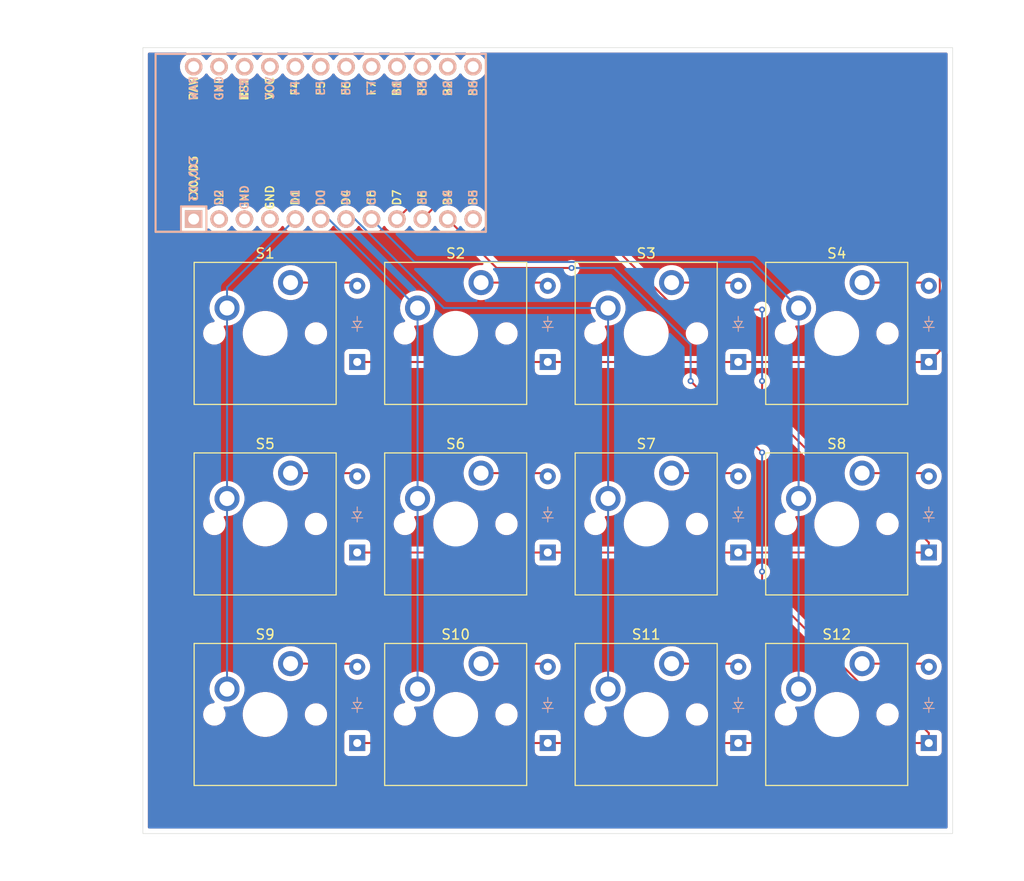
<source format=kicad_pcb>
(kicad_pcb (version 20240108) (generator "pcbnew") (generator_version "8.0")
  (layers (0 "F.Cu" signal) (31 "B.Cu" signal) (34 "B.Paste" user) (35 "F.Paste" user) (36 "B.SilkS" user "B.Silkscreen") (37 "F.SilkS" user "F.Silkscreen") (38 "B.Mask" user) (39 "F.Mask" user) (44 "Edge.Cuts" user))
  (net 0 "")
  (net 1 "Row 0")
  (net 2 "Net-(D1-A)")
  (net 3 "Net-(D2-A)")
  (net 4 "Net-(D3-A)")
  (net 5 "Net-(D4-A)")
  (net 6 "Net-(D5-A)")
  (net 7 "Row 1")
  (net 8 "Net-(D6-A)")
  (net 9 "Net-(D7-A)")
  (net 10 "Net-(D8-A)")
  (net 11 "Net-(D9-A)")
  (net 12 "Row 2")
  (net 13 "Net-(D10-A)")
  (net 14 "Net-(D11-A)")
  (net 15 "Net-(D12-A)")
  (net 16 "Column 0")
  (net 17 "Column 1")
  (net 18 "Column 2")
  (net 19 "Column 3")
  (footprint "ScottoKeebs_MX:MX_PCB_1.00u" (layer "F.Cu") (at 100.33 76.2)
    (property "Reference" "S6")
    (property "Value" "Keyswitch")
  )
  (footprint "ScottoKeebs_MCU:Arduino_Pro_Micro" (layer "F.Cu") (at 88.10625 38.1 90)
    (property "Reference" "U1" (hide yes))
    (property "Value" "Arduino_Pro_Micro" (hide yes))
  )
  (footprint "ScottoKeebs_MX:MX_PCB_1.00u" (layer "F.Cu") (at 100.33 95.25)
    (property "Reference" "S10")
    (property "Value" "Keyswitch")
  )
  (footprint "ScottoKeebs_MX:MX_PCB_1.00u" (layer "F.Cu") (at 119.38 95.25)
    (property "Reference" "S11")
    (property "Value" "Keyswitch")
  )
  (footprint "ScottoKeebs_MX:MX_PCB_1.00u" (layer "F.Cu") (at 119.38 57.15)
    (property "Reference" "S3")
    (property "Value" "Keyswitch")
  )
  (footprint "ScottoKeebs_MX:MX_PCB_1.00u" (layer "F.Cu") (at 81.28 57.15)
    (property "Reference" "S1")
    (property "Value" "Keyswitch")
  )
  (footprint "ScottoKeebs_MX:MX_PCB_1.00u" (layer "F.Cu") (at 138.43 57.15)
    (property "Reference" "S4")
    (property "Value" "Keyswitch")
  )
  (footprint "ScottoKeebs_MX:MX_PCB_1.00u" (layer "F.Cu") (at 100.33 57.15)
    (property "Reference" "S2")
    (property "Value" "Keyswitch")
  )
  (footprint "ScottoKeebs_MX:MX_PCB_1.00u" (layer "F.Cu") (at 81.28 76.2)
    (property "Reference" "S5")
    (property "Value" "Keyswitch")
  )
  (footprint "ScottoKeebs_MX:MX_PCB_1.00u" (layer "F.Cu") (at 119.38 76.2)
    (property "Reference" "S7")
    (property "Value" "Keyswitch")
  )
  (footprint "ScottoKeebs_MX:MX_PCB_1.00u" (layer "F.Cu") (at 138.43 95.25)
    (property "Reference" "S12")
    (property "Value" "Keyswitch")
  )
  (footprint "ScottoKeebs_MX:MX_PCB_1.00u" (layer "F.Cu") (at 138.43 76.2)
    (property "Reference" "S8")
    (property "Value" "Keyswitch")
  )
  (footprint "ScottoKeebs_MX:MX_PCB_1.00u" (layer "F.Cu") (at 81.28 95.25)
    (property "Reference" "S9")
    (property "Value" "Keyswitch")
  )
  (footprint "ScottoKeebs_Components:Diode_DO-35" (layer "B.Cu") (at 109.5375 98.1075 90)
    (property "Reference" "D10" (hide yes))
    (property "Value" "Diode" (hide yes))
  )
  (footprint "ScottoKeebs_Components:Diode_DO-35" (layer "B.Cu") (at 147.6375 79.0575 90)
    (property "Reference" "D8" (hide yes))
    (property "Value" "Diode" (hide yes))
  )
  (footprint "ScottoKeebs_Components:Diode_DO-35" (layer "B.Cu") (at 90.4875 79.0575 90)
    (property "Reference" "D5" (hide yes))
    (property "Value" "Diode" (hide yes))
  )
  (footprint "ScottoKeebs_Components:Diode_DO-35" (layer "B.Cu") (at 147.6375 60.0075 90)
    (property "Reference" "D4" (hide yes))
    (property "Value" "Diode" (hide yes))
  )
  (footprint "ScottoKeebs_Components:Diode_DO-35" (layer "B.Cu") (at 147.6375 98.1075 90)
    (property "Reference" "D12" (hide yes))
    (property "Value" "Diode" (hide yes))
  )
  (footprint "ScottoKeebs_Components:Diode_DO-35" (layer "B.Cu") (at 90.4875 98.1075 90)
    (property "Reference" "D9" (hide yes))
    (property "Value" "Diode" (hide yes))
  )
  (footprint "ScottoKeebs_Components:Diode_DO-35" (layer "B.Cu") (at 90.4875 60.0075 90)
    (property "Reference" "D1" (hide yes))
    (property "Value" "Diode" (hide yes))
  )
  (footprint "ScottoKeebs_Components:Diode_DO-35" (layer "B.Cu") (at 128.5875 79.0575 90)
    (property "Reference" "D7" (hide yes))
    (property "Value" "Diode" (hide yes))
  )
  (footprint "ScottoKeebs_Components:Diode_DO-35" (layer "B.Cu") (at 128.5875 98.1075 90)
    (property "Reference" "D11" (hide yes))
    (property "Value" "Diode" (hide yes))
  )
  (footprint "ScottoKeebs_Components:Diode_DO-35" (layer "B.Cu") (at 109.5375 60.0075 90)
    (property "Reference" "D2" (hide yes))
    (property "Value" "Diode" (hide yes))
  )
  (footprint "ScottoKeebs_Components:Diode_DO-35" (layer "B.Cu") (at 128.5875 60.0075 90)
    (property "Reference" "D3" (hide yes))
    (property "Value" "Diode" (hide yes))
  )
  (footprint "ScottoKeebs_Components:Diode_DO-35" (layer "B.Cu") (at 109.5375 79.0575 90)
    (property "Reference" "D6" (hide yes))
    (property "Value" "Diode" (hide yes))
  )
  (gr_rect (start 69.05625 28.575) (end 150.01875 107.15625) (stroke (width 0.05)) (fill none) (layer "Edge.Cuts"))
  (segment (start 90.4875 60.0075) (end 147.6375 60.0075) (width 0.2) (layer "F.Cu") (net 1))
  (segment (start 147.6375 60.0075) (end 148.7375 58.9075) (width 0.2) (layer "F.Cu") (net 1))
  (segment (start 97.31375 42.8625) (end 94.45625 45.72) (width 0.2) (layer "F.Cu") (net 1))
  (segment (start 148.7375 58.9075) (end 148.7375 51.10625) (width 0.2) (layer "F.Cu") (net 1))
  (segment (start 140.49375 42.8625) (end 97.31375 42.8625) (width 0.2) (layer "F.Cu") (net 1))
  (segment (start 148.7375 51.10625) (end 140.49375 42.8625) (width 0.2) (layer "F.Cu") (net 1))
  (segment (start 90.17 52.07) (end 90.4875 52.3875) (width 0.2) (layer "F.Cu") (net 2))
  (segment (start 83.82 52.07) (end 90.17 52.07) (width 0.2) (layer "F.Cu") (net 2))
  (segment (start 102.87 52.07) (end 109.22 52.07) (width 0.2) (layer "F.Cu") (net 3))
  (segment (start 109.22 52.07) (end 109.5375 52.3875) (width 0.2) (layer "F.Cu") (net 3))
  (segment (start 128.27 52.07) (end 128.5875 52.3875) (width 0.2) (layer "F.Cu") (net 4))
  (segment (start 121.92 52.07) (end 128.27 52.07) (width 0.2) (layer "F.Cu") (net 4))
  (segment (start 140.97 52.07) (end 147.32 52.07) (width 0.2) (layer "F.Cu") (net 5))
  (segment (start 147.32 52.07) (end 147.6375 52.3875) (width 0.2) (layer "F.Cu") (net 5))
  (segment (start 90.17 71.12) (end 90.4875 71.4375) (width 0.2) (layer "F.Cu") (net 6))
  (segment (start 83.82 71.12) (end 90.17 71.12) (width 0.2) (layer "F.Cu") (net 6))
  (segment (start 110.920468 43.2625) (end 99.45375 43.2625) (width 0.2) (layer "F.Cu") (net 7))
  (segment (start 143.39875 73.81875) (end 140.49375 73.81875) (width 0.2) (layer "F.Cu") (net 7))
  (segment (start 122.426718 54.76875) (end 110.920468 43.2625) (width 0.2) (layer "F.Cu") (net 7))
  (segment (start 140.49375 73.81875) (end 130.96875 64.29375) (width 0.2) (layer "F.Cu") (net 7))
  (segment (start 130.96875 64.29375) (end 130.96875 61.9125) (width 0.2) (layer "F.Cu") (net 7))
  (segment (start 90.4875 79.0575) (end 147.6375 79.0575) (width 0.2) (layer "F.Cu") (net 7))
  (segment (start 130.96875 54.76875) (end 122.426718 54.76875) (width 0.2) (layer "F.Cu") (net 7))
  (segment (start 99.45375 43.2625) (end 96.99625 45.72) (width 0.2) (layer "F.Cu") (net 7))
  (segment (start 147.6375 78.0575) (end 143.39875 73.81875) (width 0.2) (layer "F.Cu") (net 7))
  (segment (start 147.6375 79.0575) (end 147.6375 78.0575) (width 0.2) (layer "F.Cu") (net 7))
  (via (at 130.96875 54.76875) (size 0.6) (drill 0.3) (layers "F.Cu" "B.Cu") (net 7))
  (via (at 130.96875 61.9125) (size 0.6) (drill 0.3) (layers "F.Cu" "B.Cu") (net 7))
  (segment (start 130.96875 61.9125) (end 130.96875 54.76875) (width 0.2) (layer "B.Cu") (net 7))
  (segment (start 102.87 71.12) (end 109.22 71.12) (width 0.2) (layer "F.Cu") (net 8))
  (segment (start 109.22 71.12) (end 109.5375 71.4375) (width 0.2) (layer "F.Cu") (net 8))
  (segment (start 128.27 71.12) (end 128.5875 71.4375) (width 0.2) (layer "F.Cu") (net 9))
  (segment (start 121.92 71.12) (end 128.27 71.12) (width 0.2) (layer "F.Cu") (net 9))
  (segment (start 147.32 71.12) (end 147.6375 71.4375) (width 0.2) (layer "F.Cu") (net 10))
  (segment (start 140.97 71.12) (end 147.32 71.12) (width 0.2) (layer "F.Cu") (net 10))
  (segment (start 83.82 90.17) (end 90.17 90.17) (width 0.2) (layer "F.Cu") (net 11))
  (segment (start 90.17 90.17) (end 90.4875 90.4875) (width 0.2) (layer "F.Cu") (net 11))
  (segment (start 111.91875 50.60625) (end 104.4225 50.60625) (width 0.2) (layer "F.Cu") (net 12))
  (segment (start 130.96875 82.360782) (end 130.96875 80.9625) (width 0.2) (layer "F.Cu") (net 12))
  (segment (start 147.6375 98.1075) (end 147.6375 97.1075) (width 0.2) (layer "F.Cu") (net 12))
  (segment (start 90.4875 98.1075) (end 147.6375 98.1075) (width 0.2) (layer "F.Cu") (net 12))
  (segment (start 104.4225 50.60625) (end 99.53625 45.72) (width 0.2) (layer "F.Cu") (net 12))
  (segment (start 130.96875 69.05625) (end 123.825 61.9125) (width 0.2) (layer "F.Cu") (net 12))
  (segment (start 143.39875 92.86875) (end 141.476718 92.86875) (width 0.2) (layer "F.Cu") (net 12))
  (segment (start 147.6375 97.1075) (end 143.39875 92.86875) (width 0.2) (layer "F.Cu") (net 12))
  (segment (start 141.476718 92.86875) (end 130.96875 82.360782) (width 0.2) (layer "F.Cu") (net 12))
  (via (at 130.96875 80.9625) (size 0.6) (drill 0.3) (layers "F.Cu" "B.Cu") (net 12))
  (via (at 123.825 61.9125) (size 0.6) (drill 0.3) (layers "F.Cu" "B.Cu") (net 12))
  (via (at 111.91875 50.60625) (size 0.6) (drill 0.3) (layers "F.Cu" "B.Cu") (net 12))
  (via (at 130.96875 69.05625) (size 0.6) (drill 0.3) (layers "F.Cu" "B.Cu") (net 12))
  (segment (start 123.825 61.9125) (end 123.825 58.271598) (width 0.2) (layer "B.Cu") (net 12))
  (segment (start 130.96875 80.9625) (end 130.96875 69.05625) (width 0.2) (layer "B.Cu") (net 12))
  (segment (start 123.825 58.271598) (end 116.159652 50.60625) (width 0.2) (layer "B.Cu") (net 12))
  (segment (start 116.159652 50.60625) (end 111.91875 50.60625) (width 0.2) (layer "B.Cu") (net 12))
  (segment (start 102.87 90.17) (end 109.22 90.17) (width 0.2) (layer "F.Cu") (net 13))
  (segment (start 109.22 90.17) (end 109.5375 90.4875) (width 0.2) (layer "F.Cu") (net 13))
  (segment (start 121.92 90.17) (end 128.27 90.17) (width 0.2) (layer "F.Cu") (net 14))
  (segment (start 128.27 90.17) (end 128.5875 90.4875) (width 0.2) (layer "F.Cu") (net 14))
  (segment (start 140.97 90.17) (end 147.32 90.17) (width 0.2) (layer "F.Cu") (net 15))
  (segment (start 147.32 90.17) (end 147.6375 90.4875) (width 0.2) (layer "F.Cu") (net 15))
  (segment (start 77.47 52.54625) (end 84.29625 45.72) (width 0.2) (layer "B.Cu") (net 16))
  (segment (start 77.47 54.61) (end 77.47 52.54625) (width 0.2) (layer "B.Cu") (net 16))
  (segment (start 77.47 54.61) (end 77.47 92.71) (width 0.2) (layer "B.Cu") (net 16))
  (segment (start 87.63 45.72) (end 86.83625 45.72) (width 0.2) (layer "B.Cu") (net 17))
  (segment (start 96.52 54.61) (end 96.52 92.71) (width 0.2) (layer "B.Cu") (net 17))
  (segment (start 96.52 54.61) (end 87.63 45.72) (width 0.2) (layer "B.Cu") (net 17))
  (segment (start 115.57 54.61) (end 115.57 92.71) (width 0.2) (layer "B.Cu") (net 18))
  (segment (start 99.14271 54.61) (end 90.25271 45.72) (width 0.2) (layer "B.Cu") (net 18))
  (segment (start 115.57 54.61) (end 99.14271 54.61) (width 0.2) (layer "B.Cu") (net 18))
  (segment (start 90.25271 45.72) (end 89.37625 45.72) (width 0.2) (layer "B.Cu") (net 18))
  (segment (start 130.01625 50.00625) (end 96.2025 50.00625) (width 0.2) (layer "B.Cu") (net 19))
  (segment (start 134.62 54.61) (end 130.01625 50.00625) (width 0.2) (layer "B.Cu") (net 19))
  (segment (start 134.62 54.61) (end 134.62 92.71) (width 0.2) (layer "B.Cu") (net 19))
  (segment (start 96.2025 50.00625) (end 91.91625 45.72) (width 0.2) (layer "B.Cu") (net 19))
  (zone (net 0) (net_name "") (layers "F.Cu" "B.Cu") (connect_pads (clearance 0.5)) (min_thickness 0.25) (fill yes (thermal_gap 0.5) (thermal_bridge_width 0.5) (island_removal_mode 1) (island_area_min 10))
    (polygon (pts (xy 54.76875 23.8125) (xy 157.1625 23.8125) (xy 157.1625 111.91875) (xy 54.76875 111.91875)))
  )
)
</source>
